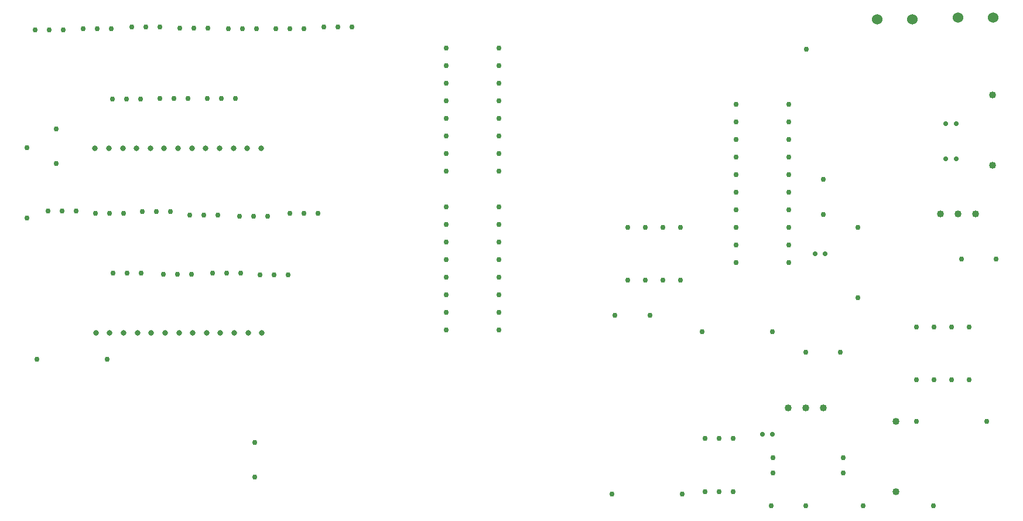
<source format=gbr>
G04 PROTEUS GERBER X2 FILE*
%TF.GenerationSoftware,Labcenter,Proteus,8.17-SP2-Build37159*%
%TF.CreationDate,2025-02-23T13:52:33+00:00*%
%TF.FileFunction,Plated,1,2,PTH*%
%TF.FilePolarity,Positive*%
%TF.Part,Single*%
%TF.SameCoordinates,{f5fd30df-bfb1-41d0-8757-df29ac62e929}*%
%FSLAX45Y45*%
%MOMM*%
G01*
%TA.AperFunction,ComponentDrill*%
%ADD75C,1.524000*%
%ADD76C,0.762000*%
%ADD77C,1.016000*%
%ADD78C,0.700000*%
%TA.AperFunction,ComponentDrill*%
%ADD79C,0.812800*%
%TA.AperFunction,OtherDrill,Unknown*%
%ADD80C,0.762000*%
%TD.AperFunction*%
D75*
X+13600000Y+8035000D03*
X+14108000Y+8035000D03*
D76*
X+11650000Y+5700000D03*
X+11650000Y+5192000D03*
D77*
X+14100000Y+6916000D03*
X+14100000Y+5900000D03*
D78*
X+13575000Y+6500000D03*
X+13425000Y+6500000D03*
X+13575000Y+6000000D03*
X+13425000Y+6000000D03*
D77*
X+13346000Y+5200000D03*
X+13600000Y+5200000D03*
X+13854000Y+5200000D03*
D76*
X+11150000Y+4500000D03*
X+11150000Y+4754000D03*
X+11150000Y+5008000D03*
X+11150000Y+5262000D03*
X+11150000Y+5516000D03*
X+11150000Y+5770000D03*
X+11150000Y+6024000D03*
X+11150000Y+6278000D03*
X+11150000Y+6532000D03*
X+11150000Y+6786000D03*
X+10388000Y+6786000D03*
X+10388000Y+6532000D03*
X+10388000Y+6278000D03*
X+10388000Y+6024000D03*
X+10388000Y+5770000D03*
X+10388000Y+5516000D03*
X+10388000Y+5262000D03*
X+10388000Y+5008000D03*
X+10388000Y+4754000D03*
X+10388000Y+4500000D03*
X+13650000Y+4550000D03*
X+14150000Y+4550000D03*
X+6200000Y+5300000D03*
X+6200000Y+5046000D03*
X+6200000Y+4792000D03*
X+6200000Y+4538000D03*
X+6200000Y+4284000D03*
X+6200000Y+4030000D03*
X+6200000Y+3776000D03*
X+6200000Y+3522000D03*
X+6962000Y+3522000D03*
X+6962000Y+3776000D03*
X+6962000Y+4030000D03*
X+6962000Y+4284000D03*
X+6962000Y+4538000D03*
X+6962000Y+4792000D03*
X+6962000Y+5046000D03*
X+6962000Y+5300000D03*
X+6200000Y+7600000D03*
X+6200000Y+7346000D03*
X+6200000Y+7092000D03*
X+6200000Y+6838000D03*
X+6200000Y+6584000D03*
X+6200000Y+6330000D03*
X+6200000Y+6076000D03*
X+6200000Y+5822000D03*
X+6962000Y+5822000D03*
X+6962000Y+6076000D03*
X+6962000Y+6330000D03*
X+6962000Y+6584000D03*
X+6962000Y+6838000D03*
X+6962000Y+7092000D03*
X+6962000Y+7346000D03*
X+6962000Y+7600000D03*
X+13000000Y+2800000D03*
X+13254000Y+2800000D03*
X+13508000Y+2800000D03*
X+13762000Y+2800000D03*
X+13762000Y+3562000D03*
X+13508000Y+3562000D03*
X+13254000Y+3562000D03*
X+13000000Y+3562000D03*
X+11400000Y+3200000D03*
X+11900000Y+3200000D03*
D77*
X+11146000Y+2400000D03*
X+11400000Y+2400000D03*
X+11654000Y+2400000D03*
D76*
X+9900000Y+3500000D03*
X+10916000Y+3500000D03*
X+13000000Y+2200000D03*
X+14016000Y+2200000D03*
D77*
X+12700000Y+2205012D03*
X+12700000Y+1189012D03*
D76*
X+10927000Y+1454000D03*
X+11943000Y+1454000D03*
X+10900000Y+981000D03*
X+11400000Y+981000D03*
X+12227000Y+981000D03*
X+13243000Y+981000D03*
X+10353200Y+1958000D03*
X+10150000Y+1958000D03*
X+9946800Y+1958000D03*
X+9946800Y+1185000D03*
X+10150000Y+1185000D03*
X+10353200Y+1185000D03*
X+9611900Y+1151600D03*
X+8595900Y+1151600D03*
X+3429000Y+1397000D03*
X+3429000Y+1897000D03*
D78*
X+11532800Y+4622800D03*
X+11682800Y+4622800D03*
D76*
X+3733800Y+7874000D03*
X+3937000Y+7874000D03*
X+4140200Y+7874000D03*
X+4432300Y+7899400D03*
X+4635500Y+7899400D03*
X+4838700Y+7899400D03*
X+1651000Y+7899400D03*
X+1854200Y+7899400D03*
X+2057400Y+7899400D03*
X+952500Y+7874000D03*
X+1155700Y+7874000D03*
X+1358900Y+7874000D03*
X+2057400Y+6870700D03*
X+2260600Y+6870700D03*
X+2463800Y+6870700D03*
X+1371600Y+6858000D03*
X+1574800Y+6858000D03*
X+1778000Y+6858000D03*
X+3048000Y+7874000D03*
X+3251200Y+7874000D03*
X+3454400Y+7874000D03*
X+8826500Y+4241800D03*
X+9080500Y+4241800D03*
X+9334500Y+4241800D03*
X+9588500Y+4241800D03*
X+9588500Y+5003800D03*
X+9334500Y+5003800D03*
X+9080500Y+5003800D03*
X+8826500Y+5003800D03*
X+2743200Y+6870700D03*
X+2946400Y+6870700D03*
X+3149600Y+6870700D03*
X+254000Y+7861300D03*
X+457200Y+7861300D03*
X+660400Y+7861300D03*
X+2349500Y+7886700D03*
X+2552700Y+7886700D03*
X+2755900Y+7886700D03*
X+8636000Y+3733800D03*
X+9144000Y+3733800D03*
X+1384300Y+4343400D03*
X+1587500Y+4343400D03*
X+1790700Y+4343400D03*
X+2819400Y+4343400D03*
X+3022600Y+4343400D03*
X+3225800Y+4343400D03*
X+3937000Y+5207000D03*
X+4140200Y+5207000D03*
X+4343400Y+5207000D03*
X+444500Y+5245100D03*
X+647700Y+5245100D03*
X+850900Y+5245100D03*
X+2108200Y+4330700D03*
X+2311400Y+4330700D03*
X+2514600Y+4330700D03*
X+1130300Y+5207000D03*
X+1333500Y+5207000D03*
X+1536700Y+5207000D03*
X+3213100Y+5168900D03*
X+3416300Y+5168900D03*
X+3619500Y+5168900D03*
X+1803400Y+5232400D03*
X+2006600Y+5232400D03*
X+2209800Y+5232400D03*
X+3505200Y+4318000D03*
X+3708400Y+4318000D03*
X+3911600Y+4318000D03*
X+2489200Y+5181600D03*
X+2692400Y+5181600D03*
X+2895600Y+5181600D03*
D79*
X+1124100Y+6146800D03*
X+1324100Y+6146800D03*
X+1524100Y+6146800D03*
X+1724100Y+6146800D03*
X+1924100Y+6146800D03*
X+2124100Y+6146800D03*
X+2324100Y+6146800D03*
X+2524100Y+6146800D03*
X+2724100Y+6146800D03*
X+2924100Y+6146800D03*
X+3124100Y+6146800D03*
X+3324100Y+6146800D03*
X+3524100Y+6146800D03*
X+1136800Y+3479800D03*
X+1336800Y+3479800D03*
X+1536800Y+3479800D03*
X+1736800Y+3479800D03*
X+1936800Y+3479800D03*
X+2136800Y+3479800D03*
X+2336800Y+3479800D03*
X+2536800Y+3479800D03*
X+2736800Y+3479800D03*
X+2936800Y+3479800D03*
X+3136800Y+3479800D03*
X+3336800Y+3479800D03*
X+3536800Y+3479800D03*
D76*
X+1295400Y+3098800D03*
X+279400Y+3098800D03*
X+139700Y+6159500D03*
X+139700Y+5143500D03*
X+10922000Y+1676400D03*
X+11938000Y+1676400D03*
D78*
X+10920800Y+2019300D03*
X+10770800Y+2019300D03*
D76*
X+12153900Y+5003800D03*
X+12153900Y+3987800D03*
X+558800Y+5930900D03*
X+558800Y+6430900D03*
D75*
X+12433300Y+8013700D03*
X+12941300Y+8013700D03*
D80*
X+11404600Y+7581900D03*
M02*

</source>
